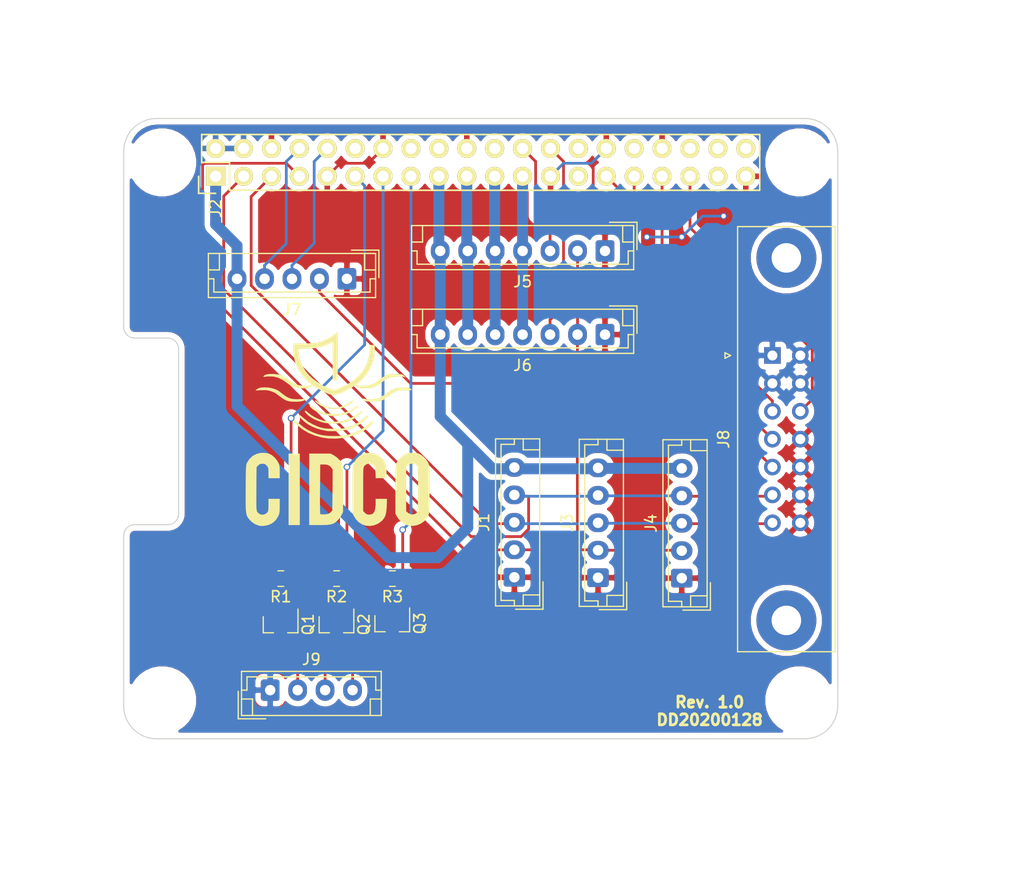
<source format=kicad_pcb>
(kicad_pcb (version 20171130) (host pcbnew "(5.1.5)-3")
  (layers (0 F.Cu signal) (31 B.Cu signal) (34 B.Paste user) (35 F.Paste user) (36 B.SilkS user) (37 F.SilkS user) (38 B.Mask user) (39 F.Mask user) (44 Edge.Cuts user))
  (net 0 "")
  (net 1 3.3V)
  (net 2 5V)
  (net 3 SDA)
  (net 4 SCL)
  (net 5 GND)
  (net 6 PPS)
  (net 7 TX)
  (net 8 RX)
  (net 9 LEDR)
  (net 10 LEDG)
  (net 11 LEDB)
  (net 12 MOSI)
  (net 13 MISO)
  (net 14 SCLK)
  (net 15 C0)
  (net 16 C1)
  (net 17 12V_ON)
  (net 18 24V_ON)
  (net 19 RPI_PWR_OK)
  (net 20 RPI_SHDWN)
  (net 21 "Net-(J9-Pad4)")
  (net 22 "Net-(J9-Pad3)")
  (net 23 "Net-(J9-Pad2)")
  (module "cidco:logo cidco" (layer F.Cu) (at 90.17 137.16)
    (fp_text reference G*** hide)
    (fp_text value LOGO hide)
  )
  (module Resistor_SMD:R_0805_2012Metric (layer F.Cu) (at 94.9475 151.13 180)
    (fp_text reference R3 (at 0 -1.65) (layer F.SilkS))
    (fp_text value R_US)
    (pad 2 smd roundrect (at 0.9375 0 180) (size 0.975 1.4) (layers F.Cu F.Paste F.Mask) (net 5 GND))
    (pad 1 smd roundrect (at -0.9375 0 180) (size 0.975 1.4) (layers F.Cu F.Paste F.Mask) (net 11 LEDB))
  )
  (module Resistor_SMD:R_0805_2012Metric (layer F.Cu) (at 89.8675 151.13 180)
    (fp_text reference R2 (at 0 -1.65) (layer F.SilkS))
    (fp_text value R_US)
    (pad 2 smd roundrect (at 0.9375 0 180) (size 0.975 1.4) (layers F.Cu F.Paste F.Mask) (net 5 GND))
    (pad 1 smd roundrect (at -0.9375 0 180) (size 0.975 1.4) (layers F.Cu F.Paste F.Mask) (net 10 LEDG))
  )
  (module Resistor_SMD:R_0805_2012Metric (layer F.Cu) (at 84.7875 151.13 180)
    (fp_text reference R1 (at 0 -1.65) (layer F.SilkS))
    (fp_text value R_US)
    (pad 2 smd roundrect (at 0.9375 0 180) (size 0.975 1.4) (layers F.Cu F.Paste F.Mask) (net 5 GND))
    (pad 1 smd roundrect (at -0.9375 0 180) (size 0.975 1.4) (layers F.Cu F.Paste F.Mask) (net 9 LEDR))
  )
  (module Package_TO_SOT_SMD:SOT-23 (layer F.Cu) (at 94.935 155.21 270)
    (fp_text reference Q3 (at 0 -2.5 90) (layer F.SilkS))
    (fp_text value 2N7002)
    (pad 3 smd rect (at 1 0 270) (size 0.9 0.8) (layers F.Cu F.Paste F.Mask) (net 21 "Net-(J9-Pad4)"))
    (pad 2 smd rect (at -1 0.95 270) (size 0.9 0.8) (layers F.Cu F.Paste F.Mask) (net 5 GND))
    (pad 1 smd rect (at -1 -0.95 270) (size 0.9 0.8) (layers F.Cu F.Paste F.Mask) (net 11 LEDB))
  )
  (module Package_TO_SOT_SMD:SOT-23 (layer F.Cu) (at 89.855 155.305 270)
    (fp_text reference Q2 (at 0 -2.5 90) (layer F.SilkS))
    (fp_text value 2N7002)
    (pad 3 smd rect (at 1 0 270) (size 0.9 0.8) (layers F.Cu F.Paste F.Mask) (net 22 "Net-(J9-Pad3)"))
    (pad 2 smd rect (at -1 0.95 270) (size 0.9 0.8) (layers F.Cu F.Paste F.Mask) (net 5 GND))
    (pad 1 smd rect (at -1 -0.95 270) (size 0.9 0.8) (layers F.Cu F.Paste F.Mask) (net 10 LEDG))
  )
  (module Package_TO_SOT_SMD:SOT-23 (layer F.Cu) (at 84.77 155.305 270)
    (fp_text reference Q1 (at 0 -2.5 90) (layer F.SilkS))
    (fp_text value 2N7002)
    (pad 3 smd rect (at 1 0 270) (size 0.9 0.8) (layers F.Cu F.Paste F.Mask) (net 23 "Net-(J9-Pad2)"))
    (pad 2 smd rect (at -1 0.95 270) (size 0.9 0.8) (layers F.Cu F.Paste F.Mask) (net 5 GND))
    (pad 1 smd rect (at -1 -0.95 270) (size 0.9 0.8) (layers F.Cu F.Paste F.Mask) (net 9 LEDR))
  )
  (module Connector_JST:JST_EH_B4B-EH-A_1x04_P2.50mm_Vertical (layer F.Cu) (at 83.82 161.29)
    (fp_text reference J9 (at 3.75 -2.8) (layer F.SilkS))
    (fp_text value Conn_01x04)
    (pad 4 thru_hole oval (at 7.5 0) (size 1.7 1.95) (drill 0.95) (layers *.Cu *.Mask) (net 21 "Net-(J9-Pad4)"))
    (pad 3 thru_hole oval (at 5 0) (size 1.7 1.95) (drill 0.95) (layers *.Cu *.Mask) (net 22 "Net-(J9-Pad3)"))
    (pad 2 thru_hole oval (at 2.5 0) (size 1.7 1.95) (drill 0.95) (layers *.Cu *.Mask) (net 23 "Net-(J9-Pad2)"))
    (pad 1 thru_hole roundrect (at 0 0) (size 1.7 1.95) (drill 0.95) (layers *.Cu *.Mask) (roundrect_rratio 0.147059) (net 2 5V))
  )
  (module RPi_Hat:Pin_Header_Straight_2x20 (layer F.Cu) (at 102.985 113.22 90)
    (fp_text reference J2 (at -4.191 -24.13 270) (layer F.SilkS))
    (fp_text value RPi_GPIO)
    (pad 1 thru_hole rect (at -1.27 -24.13 90) (size 1.7272 1.7272) (drill 1.016) (layers *.Cu *.Mask F.SilkS) (net 1 3.3V))
    (pad 2 thru_hole oval (at 1.27 -24.13 90) (size 1.7272 1.7272) (drill 1.016) (layers *.Cu *.Mask F.SilkS) (net 2 5V))
    (pad 3 thru_hole oval (at -1.27 -21.59 90) (size 1.7272 1.7272) (drill 1.016) (layers *.Cu *.Mask F.SilkS) (net 3 SDA))
    (pad 4 thru_hole oval (at 1.27 -21.59 90) (size 1.7272 1.7272) (drill 1.016) (layers *.Cu *.Mask F.SilkS) (net 2 5V))
    (pad 5 thru_hole oval (at -1.27 -19.05 90) (size 1.7272 1.7272) (drill 1.016) (layers *.Cu *.Mask F.SilkS) (net 4 SCL))
    (pad 6 thru_hole oval (at 1.27 -19.05 90) (size 1.7272 1.7272) (drill 1.016) (layers *.Cu *.Mask F.SilkS) (net 5 GND))
    (pad 7 thru_hole oval (at -1.27 -16.51 90) (size 1.7272 1.7272) (drill 1.016) (layers *.Cu *.Mask F.SilkS) (net 6 PPS))
    (pad 8 thru_hole oval (at 1.27 -16.51 90) (size 1.7272 1.7272) (drill 1.016) (layers *.Cu *.Mask F.SilkS) (net 7 TX))
    (pad 9 thru_hole oval (at -1.27 -13.97 90) (size 1.7272 1.7272) (drill 1.016) (layers *.Cu *.Mask F.SilkS) (net 5 GND))
    (pad 10 thru_hole oval (at 1.27 -13.97 90) (size 1.7272 1.7272) (drill 1.016) (layers *.Cu *.Mask F.SilkS) (net 8 RX))
    (pad 11 thru_hole oval (at -1.27 -11.43 90) (size 1.7272 1.7272) (drill 1.016) (layers *.Cu *.Mask F.SilkS) (net 9 LEDR))
    (pad 12 thru_hole oval (at 1.27 -11.43 90) (size 1.7272 1.7272) (drill 1.016) (layers *.Cu *.Mask F.SilkS))
    (pad 13 thru_hole oval (at -1.27 -8.89 90) (size 1.7272 1.7272) (drill 1.016) (layers *.Cu *.Mask F.SilkS) (net 10 LEDG))
    (pad 14 thru_hole oval (at 1.27 -8.89 90) (size 1.7272 1.7272) (drill 1.016) (layers *.Cu *.Mask F.SilkS) (net 5 GND))
    (pad 15 thru_hole oval (at -1.27 -6.35 90) (size 1.7272 1.7272) (drill 1.016) (layers *.Cu *.Mask F.SilkS) (net 11 LEDB))
    (pad 16 thru_hole oval (at 1.27 -6.35 90) (size 1.7272 1.7272) (drill 1.016) (layers *.Cu *.Mask F.SilkS))
    (pad 17 thru_hole oval (at -1.27 -3.81 90) (size 1.7272 1.7272) (drill 1.016) (layers *.Cu *.Mask F.SilkS) (net 1 3.3V))
    (pad 18 thru_hole oval (at 1.27 -3.81 90) (size 1.7272 1.7272) (drill 1.016) (layers *.Cu *.Mask F.SilkS))
    (pad 19 thru_hole oval (at -1.27 -1.27 90) (size 1.7272 1.7272) (drill 1.016) (layers *.Cu *.Mask F.SilkS) (net 12 MOSI))
    (pad 20 thru_hole oval (at 1.27 -1.27 90) (size 1.7272 1.7272) (drill 1.016) (layers *.Cu *.Mask F.SilkS) (net 5 GND))
    (pad 21 thru_hole oval (at -1.27 1.27 90) (size 1.7272 1.7272) (drill 1.016) (layers *.Cu *.Mask F.SilkS) (net 13 MISO))
    (pad 22 thru_hole oval (at 1.27 1.27 90) (size 1.7272 1.7272) (drill 1.016) (layers *.Cu *.Mask F.SilkS))
    (pad 23 thru_hole oval (at -1.27 3.81 90) (size 1.7272 1.7272) (drill 1.016) (layers *.Cu *.Mask F.SilkS) (net 14 SCLK))
    (pad 24 thru_hole oval (at 1.27 3.81 90) (size 1.7272 1.7272) (drill 1.016) (layers *.Cu *.Mask F.SilkS) (net 15 C0))
    (pad 25 thru_hole oval (at -1.27 6.35 90) (size 1.7272 1.7272) (drill 1.016) (layers *.Cu *.Mask F.SilkS) (net 5 GND))
    (pad 26 thru_hole oval (at 1.27 6.35 90) (size 1.7272 1.7272) (drill 1.016) (layers *.Cu *.Mask F.SilkS) (net 16 C1))
    (pad 27 thru_hole oval (at -1.27 8.89 90) (size 1.7272 1.7272) (drill 1.016) (layers *.Cu *.Mask F.SilkS))
    (pad 28 thru_hole oval (at 1.27 8.89 90) (size 1.7272 1.7272) (drill 1.016) (layers *.Cu *.Mask F.SilkS))
    (pad 29 thru_hole oval (at -1.27 11.43 90) (size 1.7272 1.7272) (drill 1.016) (layers *.Cu *.Mask F.SilkS) (net 20 RPI_SHDWN))
    (pad 30 thru_hole oval (at 1.27 11.43 90) (size 1.7272 1.7272) (drill 1.016) (layers *.Cu *.Mask F.SilkS) (net 5 GND))
    (pad 31 thru_hole oval (at -1.27 13.97 90) (size 1.7272 1.7272) (drill 1.016) (layers *.Cu *.Mask F.SilkS) (net 19 RPI_PWR_OK))
    (pad 32 thru_hole oval (at 1.27 13.97 90) (size 1.7272 1.7272) (drill 1.016) (layers *.Cu *.Mask F.SilkS))
    (pad 33 thru_hole oval (at -1.27 16.51 90) (size 1.7272 1.7272) (drill 1.016) (layers *.Cu *.Mask F.SilkS) (net 18 24V_ON))
    (pad 34 thru_hole oval (at 1.27 16.51 90) (size 1.7272 1.7272) (drill 1.016) (layers *.Cu *.Mask F.SilkS) (net 5 GND))
    (pad 35 thru_hole oval (at -1.27 19.05 90) (size 1.7272 1.7272) (drill 1.016) (layers *.Cu *.Mask F.SilkS) (net 17 12V_ON))
    (pad 36 thru_hole oval (at 1.27 19.05 90) (size 1.7272 1.7272) (drill 1.016) (layers *.Cu *.Mask F.SilkS))
    (pad 37 thru_hole oval (at -1.27 21.59 90) (size 1.7272 1.7272) (drill 1.016) (layers *.Cu *.Mask F.SilkS))
    (pad 38 thru_hole oval (at 1.27 21.59 90) (size 1.7272 1.7272) (drill 1.016) (layers *.Cu *.Mask F.SilkS))
    (pad 39 thru_hole oval (at -1.27 24.13 90) (size 1.7272 1.7272) (drill 1.016) (layers *.Cu *.Mask F.SilkS) (net 5 GND))
    (pad 40 thru_hole oval (at 1.27 24.13 90) (size 1.7272 1.7272) (drill 1.016) (layers *.Cu *.Mask F.SilkS))
  )
  (module Connector_IDC:IDC-Header_2x07_P2.54mm_Vertical_Lock (layer F.Cu) (at 129.54 130.81)
    (fp_text reference J8 (at -4.445 7.62 270) (layer F.SilkS))
    (fp_text value Conn_02x07_Odd_Even)
    (pad 14 thru_hole circle (at 2.54 15.24 270) (size 1.52 1.52) (drill 0.91) (layers *.Cu *.Mask) (net 5 GND))
    (pad 13 thru_hole circle (at 0 15.24 270) (size 1.52 1.52) (drill 0.91) (layers *.Cu *.Mask) (net 4 SCL))
    (pad 12 thru_hole circle (at 2.54 12.7 270) (size 1.52 1.52) (drill 0.91) (layers *.Cu *.Mask) (net 5 GND))
    (pad 11 thru_hole circle (at 0 12.7 270) (size 1.52 1.52) (drill 0.91) (layers *.Cu *.Mask) (net 3 SDA))
    (pad 10 thru_hole circle (at 2.54 10.16 270) (size 1.52 1.52) (drill 0.91) (layers *.Cu *.Mask) (net 5 GND))
    (pad 9 thru_hole circle (at 0 10.16 270) (size 1.52 1.52) (drill 0.91) (layers *.Cu *.Mask) (net 20 RPI_SHDWN))
    (pad 8 thru_hole circle (at 2.54 7.62 270) (size 1.52 1.52) (drill 0.91) (layers *.Cu *.Mask) (net 5 GND))
    (pad 7 thru_hole circle (at 0 7.62 270) (size 1.52 1.52) (drill 0.91) (layers *.Cu *.Mask) (net 19 RPI_PWR_OK))
    (pad 6 thru_hole circle (at 2.54 5.08 270) (size 1.52 1.52) (drill 0.91) (layers *.Cu *.Mask) (net 17 12V_ON))
    (pad 5 thru_hole circle (at 0 5.08 270) (size 1.52 1.52) (drill 0.91) (layers *.Cu *.Mask) (net 18 24V_ON))
    (pad 4 thru_hole circle (at 2.54 2.54 270) (size 1.52 1.52) (drill 0.91) (layers *.Cu *.Mask) (net 2 5V))
    (pad 3 thru_hole circle (at 0 2.54 270) (size 1.52 1.52) (drill 0.91) (layers *.Cu *.Mask) (net 2 5V))
    (pad 2 thru_hole circle (at 2.54 0 270) (size 1.52 1.52) (drill 0.91) (layers *.Cu *.Mask) (net 2 5V))
    (pad 1 thru_hole rect (at 0 0 270) (size 1.52 1.52) (drill 0.91) (layers *.Cu *.Mask) (net 2 5V))
    (pad "" thru_hole circle (at 1.27 24.13 270) (size 5.46 5.46) (drill 2.69) (layers *.Cu *.Mask))
    (pad "" thru_hole circle (at 1.27 -8.89 270) (size 5.46 5.46) (drill 2.69) (layers *.Cu *.Mask))
  )
  (module Connector_JST:JST_EH_B5B-EH-A_1x05_P2.50mm_Vertical (layer F.Cu) (at 90.805 123.825 180)
    (fp_text reference J7 (at 5 -2.8) (layer F.SilkS))
    (fp_text value Conn_01x05)
    (pad 5 thru_hole oval (at 10 0 180) (size 1.7 1.95) (drill 0.95) (layers *.Cu *.Mask) (net 1 3.3V))
    (pad 4 thru_hole oval (at 7.5 0 180) (size 1.7 1.95) (drill 0.95) (layers *.Cu *.Mask) (net 7 TX))
    (pad 3 thru_hole oval (at 5 0 180) (size 1.7 1.95) (drill 0.95) (layers *.Cu *.Mask) (net 8 RX))
    (pad 2 thru_hole oval (at 2.5 0 180) (size 1.7 1.95) (drill 0.95) (layers *.Cu *.Mask) (net 6 PPS))
    (pad 1 thru_hole roundrect (at 0 0 180) (size 1.7 1.95) (drill 0.95) (layers *.Cu *.Mask) (roundrect_rratio 0.147059) (net 5 GND))
  )
  (module Connector_JST:JST_EH_B7B-EH-A_1x07_P2.50mm_Vertical (layer F.Cu) (at 114.3 128.905 180)
    (fp_text reference J6 (at 7.5 -2.8) (layer F.SilkS))
    (fp_text value Conn_01x07)
    (pad 7 thru_hole oval (at 15 0 180) (size 1.7 1.95) (drill 0.95) (layers *.Cu *.Mask) (net 1 3.3V))
    (pad 6 thru_hole oval (at 12.5 0 180) (size 1.7 1.95) (drill 0.95) (layers *.Cu *.Mask) (net 12 MOSI))
    (pad 5 thru_hole oval (at 10 0 180) (size 1.7 1.95) (drill 0.95) (layers *.Cu *.Mask) (net 13 MISO))
    (pad 4 thru_hole oval (at 7.5 0 180) (size 1.7 1.95) (drill 0.95) (layers *.Cu *.Mask) (net 14 SCLK))
    (pad 3 thru_hole oval (at 5 0 180) (size 1.7 1.95) (drill 0.95) (layers *.Cu *.Mask) (net 16 C1))
    (pad 2 thru_hole oval (at 2.5 0 180) (size 1.7 1.95) (drill 0.95) (layers *.Cu *.Mask) (net 6 PPS))
    (pad 1 thru_hole roundrect (at 0 0 180) (size 1.7 1.95) (drill 0.95) (layers *.Cu *.Mask) (roundrect_rratio 0.147059) (net 5 GND))
  )
  (module Connector_JST:JST_EH_B7B-EH-A_1x07_P2.50mm_Vertical (layer F.Cu) (at 114.3 121.285 180)
    (fp_text reference J5 (at 7.5 -2.8) (layer F.SilkS))
    (fp_text value Conn_01x07)
    (pad 7 thru_hole oval (at 15 0 180) (size 1.7 1.95) (drill 0.95) (layers *.Cu *.Mask) (net 1 3.3V))
    (pad 6 thru_hole oval (at 12.5 0 180) (size 1.7 1.95) (drill 0.95) (layers *.Cu *.Mask) (net 12 MOSI))
    (pad 5 thru_hole oval (at 10 0 180) (size 1.7 1.95) (drill 0.95) (layers *.Cu *.Mask) (net 13 MISO))
    (pad 4 thru_hole oval (at 7.5 0 180) (size 1.7 1.95) (drill 0.95) (layers *.Cu *.Mask) (net 14 SCLK))
    (pad 3 thru_hole oval (at 5 0 180) (size 1.7 1.95) (drill 0.95) (layers *.Cu *.Mask) (net 15 C0))
    (pad 2 thru_hole oval (at 2.5 0 180) (size 1.7 1.95) (drill 0.95) (layers *.Cu *.Mask) (net 6 PPS))
    (pad 1 thru_hole roundrect (at 0 0 180) (size 1.7 1.95) (drill 0.95) (layers *.Cu *.Mask) (roundrect_rratio 0.147059) (net 5 GND))
  )
  (module Connector_JST:JST_EH_B5B-EH-A_1x05_P2.50mm_Vertical (layer F.Cu) (at 121.285 151.09 90)
    (fp_text reference J4 (at 5 -2.8 90) (layer F.SilkS))
    (fp_text value Conn_01x05)
    (pad 5 thru_hole oval (at 10 0 90) (size 1.7 1.95) (drill 0.95) (layers *.Cu *.Mask) (net 1 3.3V))
    (pad 4 thru_hole oval (at 7.5 0 90) (size 1.7 1.95) (drill 0.95) (layers *.Cu *.Mask) (net 3 SDA))
    (pad 3 thru_hole oval (at 5 0 90) (size 1.7 1.95) (drill 0.95) (layers *.Cu *.Mask) (net 4 SCL))
    (pad 2 thru_hole oval (at 2.5 0 90) (size 1.7 1.95) (drill 0.95) (layers *.Cu *.Mask) (net 6 PPS))
    (pad 1 thru_hole roundrect (at 0 0 90) (size 1.7 1.95) (drill 0.95) (layers *.Cu *.Mask) (roundrect_rratio 0.147059) (net 5 GND))
  )
  (module Connector_JST:JST_EH_B5B-EH-A_1x05_P2.50mm_Vertical (layer F.Cu) (at 113.665 151.05 90)
    (fp_text reference J3 (at 5 -2.8 90) (layer F.SilkS))
    (fp_text value Conn_01x05)
    (pad 5 thru_hole oval (at 10 0 90) (size 1.7 1.95) (drill 0.95) (layers *.Cu *.Mask) (net 1 3.3V))
    (pad 4 thru_hole oval (at 7.5 0 90) (size 1.7 1.95) (drill 0.95) (layers *.Cu *.Mask) (net 3 SDA))
    (pad 3 thru_hole oval (at 5 0 90) (size 1.7 1.95) (drill 0.95) (layers *.Cu *.Mask) (net 4 SCL))
    (pad 2 thru_hole oval (at 2.5 0 90) (size 1.7 1.95) (drill 0.95) (layers *.Cu *.Mask) (net 6 PPS))
    (pad 1 thru_hole roundrect (at 0 0 90) (size 1.7 1.95) (drill 0.95) (layers *.Cu *.Mask) (roundrect_rratio 0.147059) (net 5 GND))
  )
  (module Connector_JST:JST_EH_B5B-EH-A_1x05_P2.50mm_Vertical (layer F.Cu) (at 106.045 151.01 90)
    (fp_text reference J1 (at 5 -2.8 90) (layer F.SilkS))
    (fp_text value Conn_01x05)
    (pad 5 thru_hole oval (at 10 0 90) (size 1.7 1.95) (drill 0.95) (layers *.Cu *.Mask) (net 1 3.3V))
    (pad 4 thru_hole oval (at 7.5 0 90) (size 1.7 1.95) (drill 0.95) (layers *.Cu *.Mask) (net 3 SDA))
    (pad 3 thru_hole oval (at 5 0 90) (size 1.7 1.95) (drill 0.95) (layers *.Cu *.Mask) (net 4 SCL))
    (pad 2 thru_hole oval (at 2.5 0 90) (size 1.7 1.95) (drill 0.95) (layers *.Cu *.Mask) (net 6 PPS))
    (pad 1 thru_hole roundrect (at 0 0 90) (size 1.7 1.95) (drill 0.95) (layers *.Cu *.Mask) (roundrect_rratio 0.147059) (net 5 GND))
  )
  (module RPi_Hat:RPi_Hat_Mounting_Hole (layer F.Cu) (at 131.985 113.22)
    (fp_text reference "" hide)
    (fp_text value "" hide)
    (pad "" np_thru_hole circle (at 0 0) (size 2.75 2.75) (drill 2.75) (layers *.Cu *.Mask) (clearance 1.725))
  )
  (module RPi_Hat:RPi_Hat_Mounting_Hole (layer F.Cu) (at 131.985 162.22)
    (fp_text reference "" hide)
    (fp_text value "" hide)
    (pad "" np_thru_hole circle (at 0 0) (size 2.75 2.75) (drill 2.75) (layers *.Cu *.Mask) (clearance 1.725))
  )
  (module RPi_Hat:RPi_Hat_Mounting_Hole (layer F.Cu) (at 73.985 162.22)
    (fp_text reference "" hide)
    (fp_text value "" hide)
    (pad "" np_thru_hole circle (at 0 0) (size 2.75 2.75) (drill 2.75) (layers *.Cu *.Mask) (clearance 1.725))
  )
  (module RPi_Hat:RPi_Hat_Mounting_Hole (layer F.Cu) (at 73.985 113.22)
    (fp_text reference "" hide)
    (fp_text value "" hide)
    (pad "" np_thru_hole circle (at 0 0) (size 2.75 2.75) (drill 2.75) (layers *.Cu *.Mask) (clearance 1.725))
  )
  (gr_text "Rev. 1.0\nDD20200128" (at 123.825 163.195) (layer F.SilkS) (effects (font (size 1 1) (thickness 0.25))))
  (gr_line (start 73.485 109.22) (end 132.485 109.22) (angle 90) (layer Edge.Cuts) (width 0.1))
  (gr_arc (start 71.485 147.22) (end 70.485 147.22) (angle 90) (layer Edge.Cuts) (width 0.1))
  (gr_arc (start 74.485 145.22) (end 75.485 145.22) (angle 90) (layer Edge.Cuts) (width 0.1))
  (gr_arc (start 74.485 130.22) (end 74.485 129.22) (angle 90) (layer Edge.Cuts) (width 0.1))
  (gr_arc (start 71.485 128.22) (end 71.485 129.22) (angle 90) (layer Edge.Cuts) (width 0.1))
  (gr_arc (start 132.485 162.72) (end 135.485 162.72) (angle 90) (layer Edge.Cuts) (width 0.1))
  (gr_arc (start 73.485 162.72) (end 73.485 165.72) (angle 90) (layer Edge.Cuts) (width 0.1))
  (gr_arc (start 73.485 112.22) (end 70.485 112.22) (angle 90) (layer Edge.Cuts) (width 0.1))
  (gr_arc (start 132.485 112.22) (end 132.485 109.22) (angle 90) (layer Edge.Cuts) (width 0.1))
  (gr_line (start 70.485 147.22) (end 70.485 162.72) (layer Edge.Cuts) (width 0.1))
  (gr_line (start 70.485 112.22) (end 70.485 128.22) (layer Edge.Cuts) (width 0.1))
  (gr_line (start 71.485 146.22) (end 74.485 146.22) (layer Edge.Cuts) (width 0.1))
  (gr_line (start 71.485 129.22) (end 74.485 129.22) (layer Edge.Cuts) (width 0.1))
  (gr_line (start 75.485 130.22) (end 75.485 145.22) (layer Edge.Cuts) (width 0.1))
  (gr_line (start 73.485 165.72) (end 132.485 165.72) (angle 90) (layer Edge.Cuts) (width 0.1))
  (gr_line (start 135.485 112.22) (end 135.485 162.72) (angle 90) (layer Edge.Cuts) (width 0.1))
  (segment (start 99.175 121.16) (end 99.3 121.285) (width 1) (layer B.Cu) (net 1))
  (segment (start 99.175 114.49) (end 99.175 121.16) (width 1) (layer B.Cu) (net 1))
  (segment (start 99.3 121.285) (end 99.3 128.905) (width 1) (layer B.Cu) (net 1))
  (segment (start 104.07 141.13) (end 106.045 141.13) (width 1) (layer B.Cu) (net 1))
  (segment (start 99.3 128.905) (end 99.3 136.36) (width 1) (layer B.Cu) (net 1))
  (segment (start 113.625 141.13) (end 113.665 141.09) (width 1) (layer B.Cu) (net 1))
  (segment (start 106.045 141.13) (end 113.625 141.13) (width 1) (layer B.Cu) (net 1))
  (segment (start 121.245 141.09) (end 121.285 141.13) (width 1) (layer B.Cu) (net 1))
  (segment (start 113.665 141.09) (end 121.245 141.09) (width 1) (layer B.Cu) (net 1))
  (segment (start 80.805 123.825) (end 80.805 120.81) (width 1) (layer B.Cu) (net 1))
  (segment (start 78.855 118.86) (end 78.855 114.49) (width 1) (layer B.Cu) (net 1))
  (segment (start 80.805 120.81) (end 78.855 118.86) (width 1) (layer B.Cu) (net 1))
  (segment (start 80.805 123.825) (end 80.805 135.415) (width 1) (layer B.Cu) (net 1))
  (segment (start 80.805 135.415) (end 94.615 149.225) (width 1) (layer B.Cu) (net 1))
  (segment (start 94.615 149.225) (end 99.06 149.225) (width 1) (layer B.Cu) (net 1))
  (segment (start 101.8025 146.4825) (end 99.06 149.225) (width 1) (layer B.Cu) (net 1))
  (segment (start 101.8025 138.8625) (end 101.8025 146.4825) (width 1) (layer B.Cu) (net 1))
  (segment (start 101.8025 138.8625) (end 104.07 141.13) (width 1) (layer B.Cu) (net 1))
  (segment (start 99.3 136.36) (end 101.8025 138.8625) (width 1) (layer B.Cu) (net 1))
  (segment (start 107.27 143.63) (end 106.045 143.63) (width 0.25) (layer F.Cu) (net 3))
  (segment (start 107.34501 143.70501) (end 107.27 143.63) (width 0.25) (layer F.Cu) (net 3))
  (segment (start 107.34501 146.616705) (end 107.34501 143.70501) (width 0.25) (layer F.Cu) (net 3))
  (segment (start 79.58999 124.78818) (end 102.10682 147.30501) (width 0.25) (layer F.Cu) (net 3))
  (segment (start 102.10682 147.30501) (end 106.656705 147.30501) (width 0.25) (layer F.Cu) (net 3))
  (segment (start 79.58999 116.29501) (end 79.58999 124.78818) (width 0.25) (layer F.Cu) (net 3))
  (segment (start 106.656705 147.30501) (end 107.34501 146.616705) (width 0.25) (layer F.Cu) (net 3))
  (segment (start 81.395 114.49) (end 79.58999 116.29501) (width 0.25) (layer F.Cu) (net 3))
  (segment (start 113.625 143.63) (end 113.665 143.59) (width 0.25) (layer B.Cu) (net 3))
  (segment (start 106.045 143.63) (end 113.625 143.63) (width 0.25) (layer B.Cu) (net 3))
  (segment (start 121.245 143.59) (end 121.285 143.63) (width 0.25) (layer B.Cu) (net 3))
  (segment (start 113.665 143.59) (end 121.245 143.59) (width 0.25) (layer B.Cu) (net 3))
  (segment (start 129.42 143.63) (end 129.54 143.51) (width 0.25) (layer F.Cu) (net 3))
  (segment (start 121.285 143.63) (end 129.42 143.63) (width 0.25) (layer F.Cu) (net 3))
  (segment (start 104.82 146.13) (end 106.045 146.13) (width 0.25) (layer F.Cu) (net 4))
  (segment (start 103.783285 146.13) (end 104.82 146.13) (width 0.25) (layer F.Cu) (net 4))
  (segment (start 82.08999 124.436705) (end 103.783285 146.13) (width 0.25) (layer F.Cu) (net 4))
  (segment (start 82.08999 116.33501) (end 82.08999 124.436705) (width 0.25) (layer F.Cu) (net 4))
  (segment (start 83.935 114.49) (end 82.08999 116.33501) (width 0.25) (layer F.Cu) (net 4))
  (segment (start 113.625 146.13) (end 113.665 146.09) (width 0.25) (layer B.Cu) (net 4))
  (segment (start 106.045 146.13) (end 113.625 146.13) (width 0.25) (layer B.Cu) (net 4))
  (segment (start 121.245 146.09) (end 121.285 146.13) (width 0.25) (layer B.Cu) (net 4))
  (segment (start 113.665 146.09) (end 121.245 146.09) (width 0.25) (layer B.Cu) (net 4))
  (segment (start 129.46 146.13) (end 129.54 146.05) (width 0.25) (layer F.Cu) (net 4))
  (segment (start 121.285 146.13) (end 129.46 146.13) (width 0.25) (layer F.Cu) (net 4))
  (segment (start 93.231401 112.813599) (end 94.095 111.95) (width 0.25) (layer F.Cu) (net 5))
  (segment (start 92.743601 113.301399) (end 93.231401 112.813599) (width 0.25) (layer F.Cu) (net 5))
  (segment (start 90.203601 113.301399) (end 92.743601 113.301399) (width 0.25) (layer F.Cu) (net 5))
  (segment (start 89.015 114.49) (end 90.203601 113.301399) (width 0.25) (layer F.Cu) (net 5))
  (segment (start 113.063601 113.301399) (end 113.551401 112.813599) (width 0.25) (layer B.Cu) (net 5))
  (segment (start 113.551401 112.813599) (end 114.415 111.95) (width 0.25) (layer B.Cu) (net 5))
  (segment (start 110.523601 113.301399) (end 113.063601 113.301399) (width 0.25) (layer B.Cu) (net 5))
  (segment (start 109.335 114.49) (end 110.523601 113.301399) (width 0.25) (layer B.Cu) (net 5))
  (segment (start 113.226399 113.138601) (end 113.226399 116.401399) (width 0.25) (layer F.Cu) (net 5))
  (segment (start 114.415 111.95) (end 113.226399 113.138601) (width 0.25) (layer F.Cu) (net 5))
  (segment (start 114.3 117.475) (end 114.3 121.285) (width 0.25) (layer F.Cu) (net 5))
  (segment (start 113.226399 116.401399) (end 114.3 117.475) (width 0.25) (layer F.Cu) (net 5))
  (via (at 125.095 118.11) (size 0.6) (drill 0.4) (layers F.Cu B.Cu) (net 5))
  (via (at 121.285 120.015) (size 0.6) (drill 0.4) (layers F.Cu B.Cu) (net 5))
  (via (at 118.11 120.015) (size 0.6) (drill 0.4) (layers F.Cu B.Cu) (net 5))
  (segment (start 123.19 118.11) (end 121.285 120.015) (width 0.25) (layer B.Cu) (net 5))
  (segment (start 125.095 118.11) (end 123.19 118.11) (width 0.25) (layer B.Cu) (net 5))
  (segment (start 118.11 120.015) (end 121.285 120.015) (width 0.25) (layer B.Cu) (net 5))
  (segment (start 104.82 148.51) (end 106.045 148.51) (width 0.25) (layer F.Cu) (net 6))
  (segment (start 101.52 148.51) (end 104.82 148.51) (width 0.25) (layer F.Cu) (net 6))
  (segment (start 77.666399 124.656399) (end 101.52 148.51) (width 0.25) (layer F.Cu) (net 6))
  (segment (start 77.666399 113.468601) (end 77.666399 124.656399) (width 0.25) (layer F.Cu) (net 6))
  (segment (start 77.833601 113.301399) (end 77.666399 113.468601) (width 0.25) (layer F.Cu) (net 6))
  (segment (start 85.286399 113.301399) (end 77.833601 113.301399) (width 0.25) (layer F.Cu) (net 6))
  (segment (start 86.475 114.49) (end 85.286399 113.301399) (width 0.25) (layer F.Cu) (net 6))
  (segment (start 113.625 148.51) (end 113.665 148.55) (width 0.25) (layer F.Cu) (net 6))
  (segment (start 106.045 148.51) (end 113.625 148.51) (width 0.25) (layer F.Cu) (net 6))
  (segment (start 121.245 148.55) (end 121.285 148.59) (width 0.25) (layer F.Cu) (net 6))
  (segment (start 113.665 148.55) (end 121.245 148.55) (width 0.25) (layer F.Cu) (net 6))
  (segment (start 111.8 121.285) (end 111.8 128.905) (width 0.25) (layer F.Cu) (net 6))
  (segment (start 96.605 133.35) (end 111.76 133.35) (width 0.25) (layer F.Cu) (net 6))
  (segment (start 88.305 125.05) (end 96.605 133.35) (width 0.25) (layer F.Cu) (net 6))
  (segment (start 88.305 123.825) (end 88.305 125.05) (width 0.25) (layer F.Cu) (net 6))
  (segment (start 111.8 128.905) (end 111.76 133.35) (width 0.25) (layer F.Cu) (net 6))
  (segment (start 111.76 133.35) (end 111.8 148.55) (width 0.25) (layer F.Cu) (net 6))
  (segment (start 83.305 122.6) (end 83.305 123.825) (width 0.25) (layer B.Cu) (net 7))
  (segment (start 85.286399 120.618601) (end 83.305 122.6) (width 0.25) (layer B.Cu) (net 7))
  (segment (start 85.286399 113.138601) (end 85.286399 120.618601) (width 0.25) (layer B.Cu) (net 7))
  (segment (start 86.475 111.95) (end 85.286399 113.138601) (width 0.25) (layer B.Cu) (net 7))
  (segment (start 87.826399 120.578601) (end 85.805 122.6) (width 0.25) (layer B.Cu) (net 8))
  (segment (start 85.805 122.6) (end 85.805 123.825) (width 0.25) (layer B.Cu) (net 8))
  (segment (start 87.826399 113.138601) (end 87.826399 120.578601) (width 0.25) (layer B.Cu) (net 8))
  (segment (start 89.015 111.95) (end 87.826399 113.138601) (width 0.25) (layer B.Cu) (net 8))
  (segment (start 85.72 151.135) (end 85.725 151.13) (width 0.25) (layer F.Cu) (net 9))
  (segment (start 85.72 154.305) (end 85.72 151.135) (width 0.25) (layer F.Cu) (net 9))
  (segment (start 92.418599 129.831401) (end 85.725 136.525) (width 0.25) (layer B.Cu) (net 9))
  (segment (start 91.555 114.49) (end 92.418599 115.353599) (width 0.25) (layer B.Cu) (net 9))
  (via (at 85.725 136.525) (size 0.6) (drill 0.4) (layers F.Cu B.Cu) (net 9))
  (segment (start 92.418599 115.353599) (end 92.418599 129.831401) (width 0.25) (layer B.Cu) (net 9))
  (segment (start 85.725 136.525) (end 85.725 151.13) (width 0.25) (layer F.Cu) (net 9))
  (segment (start 90.805 154.305) (end 90.805 151.13) (width 0.25) (layer F.Cu) (net 10))
  (via (at 90.805 140.97) (size 0.6) (drill 0.4) (layers F.Cu B.Cu) (net 10))
  (segment (start 94.095 114.49) (end 94.095 137.68) (width 0.25) (layer B.Cu) (net 10))
  (segment (start 94.095 137.68) (end 90.805 140.97) (width 0.25) (layer B.Cu) (net 10))
  (segment (start 90.805 140.97) (end 90.805 151.13) (width 0.25) (layer F.Cu) (net 10))
  (segment (start 95.885 154.21) (end 95.885 151.13) (width 0.25) (layer F.Cu) (net 11))
  (via (at 95.885 146.685) (size 0.6) (drill 0.4) (layers F.Cu B.Cu) (net 11))
  (segment (start 96.635 114.49) (end 96.635 145.935) (width 0.25) (layer B.Cu) (net 11))
  (segment (start 96.635 145.935) (end 95.885 146.685) (width 0.25) (layer B.Cu) (net 11))
  (segment (start 95.885 146.685) (end 95.885 151.13) (width 0.25) (layer F.Cu) (net 11))
  (segment (start 101.715 121.2) (end 101.8 121.285) (width 1) (layer B.Cu) (net 12))
  (segment (start 101.715 114.49) (end 101.715 121.2) (width 1) (layer B.Cu) (net 12))
  (segment (start 101.8 128.905) (end 101.8 121.285) (width 1) (layer B.Cu) (net 12))
  (segment (start 104.255 121.24) (end 104.3 121.285) (width 1) (layer B.Cu) (net 13))
  (segment (start 104.255 114.49) (end 104.255 121.24) (width 1) (layer B.Cu) (net 13))
  (segment (start 104.3 128.905) (end 104.3 121.285) (width 1) (layer B.Cu) (net 13))
  (segment (start 106.795 121.28) (end 106.8 121.285) (width 1) (layer B.Cu) (net 14))
  (segment (start 106.795 114.49) (end 106.795 121.28) (width 1) (layer B.Cu) (net 14))
  (segment (start 106.8 121.285) (end 106.8 128.905) (width 1) (layer B.Cu) (net 14))
  (segment (start 107.983601 113.138601) (end 107.983601 118.076399) (width 0.25) (layer F.Cu) (net 15))
  (segment (start 106.795 111.95) (end 107.983601 113.138601) (width 0.25) (layer F.Cu) (net 15))
  (segment (start 109.3 119.392798) (end 109.3 121.285) (width 0.25) (layer F.Cu) (net 15))
  (segment (start 107.983601 118.076399) (end 109.3 119.392798) (width 0.25) (layer F.Cu) (net 15))
  (segment (start 110.523601 113.138601) (end 110.523601 126.331399) (width 0.25) (layer F.Cu) (net 16))
  (segment (start 109.335 111.95) (end 110.523601 113.138601) (width 0.25) (layer F.Cu) (net 16))
  (segment (start 109.3 127.555) (end 109.3 128.905) (width 0.25) (layer F.Cu) (net 16))
  (segment (start 110.523601 126.331399) (end 109.3 127.555) (width 0.25) (layer F.Cu) (net 16))
  (segment (start 132.839999 135.130001) (end 132.08 135.89) (width 0.25) (layer F.Cu) (net 17))
  (segment (start 133.165001 134.804999) (end 132.839999 135.130001) (width 0.25) (layer F.Cu) (net 17))
  (segment (start 133.165001 130.289199) (end 133.165001 134.804999) (width 0.25) (layer F.Cu) (net 17))
  (segment (start 122.035 119.159198) (end 133.165001 130.289199) (width 0.25) (layer F.Cu) (net 17))
  (segment (start 122.035 114.49) (end 122.035 119.159198) (width 0.25) (layer F.Cu) (net 17))
  (segment (start 119.495 115.711314) (end 119.495 114.49) (width 0.25) (layer F.Cu) (net 18))
  (segment (start 129.54 134.955802) (end 119.495 124.910802) (width 0.25) (layer F.Cu) (net 18))
  (segment (start 119.495 124.910802) (end 119.495 115.711314) (width 0.25) (layer F.Cu) (net 18))
  (segment (start 129.54 135.89) (end 129.54 134.955802) (width 0.25) (layer F.Cu) (net 18))
  (segment (start 116.955 125.845) (end 129.54 138.43) (width 0.25) (layer F.Cu) (net 19))
  (segment (start 116.955 114.49) (end 116.955 125.845) (width 0.25) (layer F.Cu) (net 19))
  (segment (start 128.780001 140.210001) (end 129.54 140.97) (width 0.25) (layer F.Cu) (net 20))
  (segment (start 116.50499 116.57999) (end 116.50499 127.93499) (width 0.25) (layer F.Cu) (net 20))
  (segment (start 116.50499 127.93499) (end 128.780001 140.210001) (width 0.25) (layer F.Cu) (net 20))
  (segment (start 114.415 114.49) (end 116.50499 116.57999) (width 0.25) (layer F.Cu) (net 20))
  (segment (start 94.285 156.21) (end 94.935 156.21) (width 0.25) (layer F.Cu) (net 21))
  (segment (start 91.32 159.175) (end 94.285 156.21) (width 0.25) (layer F.Cu) (net 21))
  (segment (start 91.32 161.29) (end 91.32 159.175) (width 0.25) (layer F.Cu) (net 21))
  (segment (start 89.205 156.305) (end 89.855 156.305) (width 0.25) (layer F.Cu) (net 22))
  (segment (start 88.82 156.69) (end 89.205 156.305) (width 0.25) (layer F.Cu) (net 22))
  (segment (start 88.82 161.29) (end 88.82 156.69) (width 0.25) (layer F.Cu) (net 22))
  (segment (start 85.42 156.305) (end 84.77 156.305) (width 0.25) (layer F.Cu) (net 23))
  (segment (start 86.32 157.205) (end 85.42 156.305) (width 0.25) (layer F.Cu) (net 23))
  (segment (start 86.32 161.29) (end 86.32 157.205) (width 0.25) (layer F.Cu) (net 23))
  (zone (net 5) (net_name GND) (layer F.Cu) (connect_pads (clearance 0.508)) (min_thickness 0.254) (fill yes (arc_segments 32) (thermal_gap 0.508) (thermal_bridge_width 0.508))
    (polygon (pts (xy 135.255 165.735) (xy 70.485 165.735) (xy 70.485 109.22) (xy 135.255 109.22)))
  )
  (zone (net 2) (net_name 5V) (layer B.Cu) (connect_pads (clearance 0.508)) (min_thickness 0.254) (fill yes (arc_segments 32) (thermal_gap 0.508) (thermal_bridge_width 0.508))
    (polygon (pts (xy 135.255 165.735) (xy 70.485 165.735) (xy 70.485 109.22) (xy 135.255 109.22)))
  )
)
</source>
